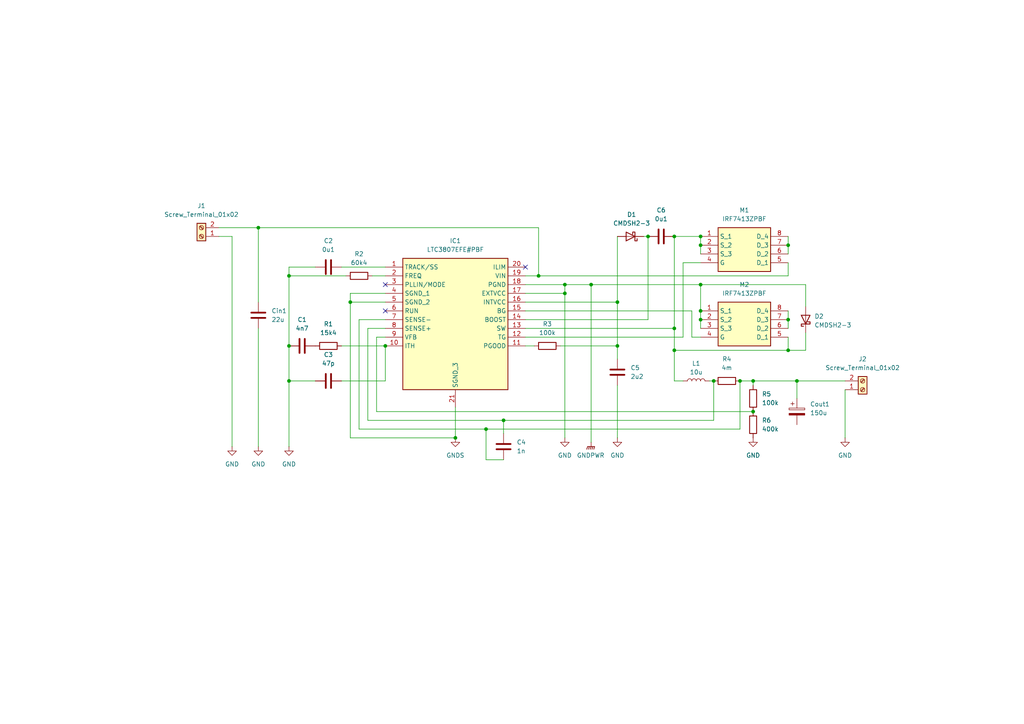
<source format=kicad_sch>
(kicad_sch (version 20231120) (generator "eeschema") (generator_version "8.0")
  (paper "A4")
  (title_block (title "Step-Down Converter") (date "2025-02-12") (rev "1.1"))
  (lib_symbols
    (symbol "Connector:Screw_Terminal_01x02" (pin_names (offset 1.016) hide)
      (property "Reference" "J" (at 0 2.54 0))
      (property "Value" "Screw_Terminal_01x02" (at 0 -5.08 0))
      (symbol "Screw_Terminal_01x02_1_1"
        (rectangle (start -1.27 1.27) (end 1.27 -3.81) (stroke (width 0.254)) (fill (type background)))
        (circle (center 0 -2.54) (radius 0.635) (stroke (width 0.1524)))
        (polyline (pts (xy -0.5334 -2.2098) (xy 0.3302 -3.048)) (stroke (width 0.1524)))
        (polyline (pts (xy -0.5334 0.3302) (xy 0.3302 -0.508)) (stroke (width 0.1524)))
        (polyline (pts (xy -0.3556 -2.032) (xy 0.508 -2.8702)) (stroke (width 0.1524)))
        (polyline (pts (xy -0.3556 0.508) (xy 0.508 -0.3302)) (stroke (width 0.1524)))
        (circle (center 0 0) (radius 0.635) (stroke (width 0.1524)))
        (pin passive line (at -5.08 0 0) (length 3.81) (name "Pin_1") (number "1"))
        (pin passive line (at -5.08 -2.54 0) (length 3.81) (name "Pin_2") (number "2"))
      )
    )
    (symbol "Device:C" (pin_numbers hide) (pin_names (offset 0.254))
      (property "Reference" "C" (at 0.635 2.54 0))
      (property "Value" "C" (at 0.635 -2.54 0))
      (symbol "C_0_1"
        (polyline (pts (xy -2.032 -0.762) (xy 2.032 -0.762)) (stroke (width 0.508)))
        (polyline (pts (xy -2.032 0.762) (xy 2.032 0.762)) (stroke (width 0.508)))
      )
      (symbol "C_1_1"
        (pin passive line (at 0 3.81 270) (length 2.794) (name "~") (number "1"))
        (pin passive line (at 0 -3.81 90) (length 2.794) (name "~") (number "2"))
      )
    )
    (symbol "Device:C_Polarized" (pin_numbers hide) (pin_names (offset 0.254))
      (property "Reference" "C" (at 0.635 2.54 0))
      (property "Value" "C_Polarized" (at 0.635 -2.54 0))
      (symbol "C_Polarized_0_1"
        (rectangle (start -2.286 0.508) (end 2.286 1.016))
        (polyline (pts (xy -1.778 2.286) (xy -0.762 2.286)))
        (polyline (pts (xy -1.27 2.794) (xy -1.27 1.778)))
        (rectangle (start 2.286 -0.508) (end -2.286 -1.016) (fill (type outline)))
      )
      (symbol "C_Polarized_1_1"
        (pin passive line (at 0 3.81 270) (length 2.794) (name "~") (number "1"))
        (pin passive line (at 0 -3.81 90) (length 2.794) (name "~") (number "2"))
      )
    )
    (symbol "Device:D_Schottky" (pin_numbers hide) (pin_names (offset 1.016) hide)
      (property "Reference" "D" (at 0 2.54 0))
      (property "Value" "D_Schottky" (at 0 -2.54 0))
      (symbol "D_Schottky_0_1"
        (polyline (pts (xy 1.27 0) (xy -1.27 0)))
        (polyline (pts (xy 1.27 1.27) (xy 1.27 -1.27) (xy -1.27 0) (xy 1.27 1.27)) (stroke (width 0.254)))
        (polyline (pts (xy -1.905 0.635) (xy -1.905 1.27) (xy -1.27 1.27) (xy -1.27 -1.27) (xy -0.635 -1.27) (xy -0.635 -0.635)) (stroke (width 0.254)))
      )
      (symbol "D_Schottky_1_1"
        (pin passive line (at -3.81 0 0) (length 2.54) (name "K") (number "1"))
        (pin passive line (at 3.81 0 180) (length 2.54) (name "A") (number "2"))
      )
    )
    (symbol "Device:L" (pin_numbers hide) (pin_names (offset 1.016) hide)
      (property "Reference" "L" (at -1.27 0 90))
      (property "Value" "L" (at 1.905 0 90))
      (symbol "L_0_1"
        (arc (start 0 -2.54) (mid 0.6323 -1.905) (end 0 -1.27))
        (arc (start 0 -1.27) (mid 0.6323 -0.635) (end 0 0))
        (arc (start 0 0) (mid 0.6323 0.635) (end 0 1.27))
        (arc (start 0 1.27) (mid 0.6323 1.905) (end 0 2.54))
      )
      (symbol "L_1_1"
        (pin passive line (at 0 3.81 270) (length 1.27) (name "1") (number "1"))
        (pin passive line (at 0 -3.81 90) (length 1.27) (name "2") (number "2"))
      )
    )
    (symbol "Device:R" (pin_numbers hide) (pin_names (offset 0))
      (property "Reference" "R" (at 2.032 0 90))
      (property "Value" "R" (at 0 0 90))
      (symbol "R_0_1"
        (rectangle (start -1.016 -2.54) (end 1.016 2.54) (stroke (width 0.254)))
      )
      (symbol "R_1_1"
        (pin passive line (at 0 3.81 270) (length 1.27) (name "~") (number "1"))
        (pin passive line (at 0 -3.81 90) (length 1.27) (name "~") (number "2"))
      )
    )
    (symbol "IRF7413ZPBF:IRF7413ZPBF"
      (property "Reference" "IC" (at 21.59 7.62 0))
      (property "Value" "IRF7413ZPBF" (at 21.59 5.08 0))
      (symbol "IRF7413ZPBF_1_1"
        (rectangle (start 5.08 2.54) (end 20.32 -10.16) (stroke (width 0.254)) (fill (type background)))
        (pin passive line (at 0 0 0) (length 5.08) (name "S_1") (number "1"))
        (pin passive line (at 0 -2.54 0) (length 5.08) (name "S_2") (number "2"))
        (pin passive line (at 0 -5.08 0) (length 5.08) (name "S_3") (number "3"))
        (pin passive line (at 0 -7.62 0) (length 5.08) (name "G") (number "4"))
        (pin passive line (at 25.4 -7.62 180) (length 5.08) (name "D_1") (number "5"))
        (pin passive line (at 25.4 -5.08 180) (length 5.08) (name "D_2") (number "6"))
        (pin passive line (at 25.4 -2.54 180) (length 5.08) (name "D_3") (number "7"))
        (pin passive line (at 25.4 0 180) (length 5.08) (name "D_4") (number "8"))
      )
    )
    (symbol "LTC3807EFE#PBF:LTC3807EFE#PBF"
      (property "Reference" "IC" (at 36.83 7.62 0))
      (property "Value" "LTC3807EFE#PBF" (at 36.83 5.08 0))
      (symbol "LTC3807EFE#PBF_1_1"
        (rectangle (start 5.08 2.54) (end 35.56 -35.56) (stroke (width 0.254)) (fill (type background)))
        (pin passive line (at 0 0 0) (length 5.08) (name "TRACK/SS") (number "1"))
        (pin passive line (at 0 -22.86 0) (length 5.08) (name "ITH") (number "10"))
        (pin passive line (at 40.64 -22.86 180) (length 5.08) (name "PGOOD") (number "11"))
        (pin passive line (at 40.64 -20.32 180) (length 5.08) (name "TG") (number "12"))
        (pin passive line (at 40.64 -17.78 180) (length 5.08) (name "SW") (number "13"))
        (pin passive line (at 40.64 -15.24 180) (length 5.08) (name "BOOST") (number "14"))
        (pin passive line (at 40.64 -12.7 180) (length 5.08) (name "BG") (number "15"))
        (pin passive line (at 40.64 -10.16 180) (length 5.08) (name "INTVCC") (number "16"))
        (pin passive line (at 40.64 -7.62 180) (length 5.08) (name "EXTVCC") (number "17"))
        (pin passive line (at 40.64 -5.08 180) (length 5.08) (name "PGND") (number "18"))
        (pin passive line (at 40.64 -2.54 180) (length 5.08) (name "VIN") (number "19"))
        (pin passive line (at 0 -2.54 0) (length 5.08) (name "FREQ") (number "2"))
        (pin passive line (at 40.64 0 180) (length 5.08) (name "ILIM") (number "20"))
        (pin passive line (at 20.32 -40.64 90) (length 5.08) (name "SGND_3") (number "21"))
        (pin passive line (at 0 -5.08 0) (length 5.08) (name "PLLIN/MODE") (number "3"))
        (pin passive line (at 0 -7.62 0) (length 5.08) (name "SGND_1") (number "4"))
        (pin passive line (at 0 -10.16 0) (length 5.08) (name "SGND_2") (number "5"))
        (pin passive line (at 0 -12.7 0) (length 5.08) (name "RUN") (number "6"))
        (pin passive line (at 0 -15.24 0) (length 5.08) (name "SENSE-") (number "7"))
        (pin passive line (at 0 -17.78 0) (length 5.08) (name "SENSE+") (number "8"))
        (pin passive line (at 0 -20.32 0) (length 5.08) (name "VFB") (number "9"))
      )
    )
    (symbol "power:GND" (power) (pin_numbers hide) (pin_names (offset 0) hide)
      (property "Value" "GND" (at 0 -3.81 0))
      (symbol "GND_0_1"
        (polyline (pts (xy 0 0) (xy 0 -1.27) (xy 1.27 -1.27) (xy 0 -2.54) (xy -1.27 -1.27) (xy 0 -1.27)))
      )
      (symbol "GND_1_1"
        (pin power_in line (at 0 0 270) (length 0) (name "~") (number "1"))
      )
    )
    (symbol "power:GNDPWR" (power) (pin_numbers hide) (pin_names (offset 0) hide)
      (property "Value" "GNDPWR" (at 0 -3.302 0))
      (symbol "GNDPWR_0_1"
        (polyline (pts (xy 0 -1.27) (xy 0 0)))
        (polyline (pts (xy -1.016 -1.27) (xy -1.27 -2.032) (xy -1.27 -2.032)) (stroke (width 0.2032)))
        (polyline (pts (xy -0.508 -1.27) (xy -0.762 -2.032) (xy -0.762 -2.032)) (stroke (width 0.2032)))
        (polyline (pts (xy 0 -1.27) (xy -0.254 -2.032) (xy -0.254 -2.032)) (stroke (width 0.2032)))
        (polyline (pts (xy 0.508 -1.27) (xy 0.254 -2.032) (xy 0.254 -2.032)) (stroke (width 0.2032)))
        (polyline (pts (xy 1.016 -1.27) (xy -1.016 -1.27) (xy -1.016 -1.27)) (stroke (width 0.2032)))
        (polyline (pts (xy 1.016 -1.27) (xy 0.762 -2.032) (xy 0.762 -2.032) (xy 0.762 -2.032)) (stroke (width 0.2032)))
      )
      (symbol "GNDPWR_1_1"
        (pin power_in line (at 0 0 270) (length 0) (name "~") (number "1"))
      )
    )
    (symbol "power:GNDS" (power) (pin_numbers hide) (pin_names (offset 0) hide)
      (property "Value" "GNDS" (at 0 -3.81 0))
      (symbol "GNDS_0_1"
        (polyline (pts (xy 0 0) (xy 0 -1.27) (xy 1.27 -1.27) (xy 0 -2.54) (xy -1.27 -1.27) (xy 0 -1.27)))
      )
      (symbol "GNDS_1_1"
        (pin power_in line (at 0 0 270) (length 0) (name "~") (number "1"))
      )
    )
  )
  (junction (at 228.6 71.12))
  (junction (at 101.6 87.63))
  (junction (at 111.76 100.33))
  (junction (at 140.97 124.46))
  (junction (at 195.58 68.58))
  (junction (at 132.08 127))
  (junction (at 83.82 100.33))
  (junction (at 179.07 100.33))
  (junction (at 171.45 82.55))
  (junction (at 207.01 110.49))
  (junction (at 83.82 110.49))
  (junction (at 195.58 95.25))
  (junction (at 179.07 87.63))
  (junction (at 187.96 68.58))
  (junction (at 203.2 90.17))
  (junction (at 146.05 121.92))
  (junction (at 214.63 110.49))
  (junction (at 203.2 82.55))
  (junction (at 83.82 80.01))
  (junction (at 163.83 85.09))
  (junction (at 156.21 80.01))
  (junction (at 195.58 101.6))
  (junction (at 228.6 101.6))
  (junction (at 203.2 92.71))
  (junction (at 203.2 71.12))
  (junction (at 231.14 110.49))
  (junction (at 218.44 119.38))
  (junction (at 218.44 110.49))
  (junction (at 228.6 92.71))
  (junction (at 163.83 82.55))
  (junction (at 203.2 68.58))
  (junction (at 74.93 66.04))
  (no_connect (at 111.76 90.17))
  (no_connect (at 111.76 82.55))
  (no_connect (at 152.4 77.47))
  (wire (pts (xy 111.76 97.79) (xy 109.22 97.79)))
  (wire (pts (xy 91.44 77.47) (xy 83.82 77.47)))
  (wire (pts (xy 140.97 124.46) (xy 214.63 124.46)))
  (wire (pts (xy 109.22 119.38) (xy 218.44 119.38)))
  (wire (pts (xy 152.4 85.09) (xy 163.83 85.09)))
  (wire (pts (xy 83.82 80.01) (xy 83.82 100.33)))
  (wire (pts (xy 140.97 124.46) (xy 140.97 133.35)))
  (wire (pts (xy 111.76 92.71) (xy 104.14 92.71)))
  (wire (pts (xy 195.58 110.49) (xy 198.12 110.49)))
  (wire (pts (xy 83.82 100.33) (xy 83.82 110.49)))
  (wire (pts (xy 83.82 80.01) (xy 100.33 80.01)))
  (wire (pts (xy 245.11 113.03) (xy 245.11 127)))
  (wire (pts (xy 207.01 121.92) (xy 207.01 110.49)))
  (wire (pts (xy 111.76 100.33) (xy 111.76 110.49)))
  (wire (pts (xy 152.4 80.01) (xy 156.21 80.01)))
  (wire (pts (xy 228.6 92.71) (xy 228.6 95.25)))
  (wire (pts (xy 228.6 101.6) (xy 233.68 101.6)))
  (wire (pts (xy 203.2 82.55) (xy 233.68 82.55)))
  (wire (pts (xy 152.4 92.71) (xy 187.96 92.71)))
  (wire (pts (xy 179.07 100.33) (xy 179.07 104.14)))
  (wire (pts (xy 152.4 82.55) (xy 163.83 82.55)))
  (wire (pts (xy 228.6 71.12) (xy 228.6 73.66)))
  (wire (pts (xy 195.58 101.6) (xy 228.6 101.6)))
  (wire (pts (xy 228.6 76.2) (xy 228.6 80.01)))
  (wire (pts (xy 218.44 110.49) (xy 231.14 110.49)))
  (wire (pts (xy 179.07 111.76) (xy 179.07 127)))
  (wire (pts (xy 101.6 87.63) (xy 101.6 127)))
  (wire (pts (xy 195.58 95.25) (xy 195.58 68.58)))
  (wire (pts (xy 156.21 80.01) (xy 156.21 66.04)))
  (wire (pts (xy 233.68 82.55) (xy 233.68 88.9)))
  (wire (pts (xy 101.6 87.63) (xy 111.76 87.63)))
  (wire (pts (xy 198.12 76.2) (xy 203.2 76.2)))
  (wire (pts (xy 162.56 100.33) (xy 179.07 100.33)))
  (wire (pts (xy 74.93 66.04) (xy 74.93 87.63)))
  (wire (pts (xy 74.93 95.25) (xy 74.93 129.54)))
  (wire (pts (xy 152.4 87.63) (xy 179.07 87.63)))
  (wire (pts (xy 207.01 110.49) (xy 205.74 110.49)))
  (wire (pts (xy 228.6 68.58) (xy 228.6 71.12)))
  (wire (pts (xy 83.82 110.49) (xy 91.44 110.49)))
  (wire (pts (xy 231.14 110.49) (xy 245.11 110.49)))
  (wire (pts (xy 146.05 121.92) (xy 207.01 121.92)))
  (wire (pts (xy 146.05 125.73) (xy 146.05 121.92)))
  (wire (pts (xy 203.2 82.55) (xy 203.2 90.17)))
  (wire (pts (xy 171.45 82.55) (xy 203.2 82.55)))
  (wire (pts (xy 152.4 97.79) (xy 198.12 97.79)))
  (wire (pts (xy 187.96 68.58) (xy 187.96 92.71)))
  (wire (pts (xy 152.4 95.25) (xy 195.58 95.25)))
  (wire (pts (xy 109.22 97.79) (xy 109.22 119.38)))
  (wire (pts (xy 203.2 90.17) (xy 203.2 92.71)))
  (wire (pts (xy 233.68 96.52) (xy 233.68 101.6)))
  (wire (pts (xy 99.06 100.33) (xy 111.76 100.33)))
  (wire (pts (xy 195.58 101.6) (xy 195.58 110.49)))
  (wire (pts (xy 152.4 90.17) (xy 200.66 90.17)))
  (wire (pts (xy 101.6 127) (xy 132.08 127)))
  (wire (pts (xy 101.6 85.09) (xy 101.6 87.63)))
  (wire (pts (xy 214.63 124.46) (xy 214.63 110.49)))
  (wire (pts (xy 67.31 68.58) (xy 63.5 68.58)))
  (wire (pts (xy 106.68 121.92) (xy 146.05 121.92)))
  (wire (pts (xy 74.93 66.04) (xy 156.21 66.04)))
  (wire (pts (xy 163.83 82.55) (xy 171.45 82.55)))
  (wire (pts (xy 99.06 110.49) (xy 111.76 110.49)))
  (wire (pts (xy 195.58 101.6) (xy 195.58 95.25)))
  (wire (pts (xy 179.07 87.63) (xy 179.07 100.33)))
  (wire (pts (xy 200.66 97.79) (xy 203.2 97.79)))
  (wire (pts (xy 203.2 71.12) (xy 203.2 73.66)))
  (wire (pts (xy 200.66 90.17) (xy 200.66 97.79)))
  (wire (pts (xy 218.44 111.76) (xy 218.44 110.49)))
  (wire (pts (xy 106.68 95.25) (xy 106.68 121.92)))
  (wire (pts (xy 107.95 80.01) (xy 111.76 80.01)))
  (wire (pts (xy 214.63 110.49) (xy 218.44 110.49)))
  (wire (pts (xy 67.31 68.58) (xy 67.31 129.54)))
  (wire (pts (xy 63.5 66.04) (xy 74.93 66.04)))
  (wire (pts (xy 228.6 90.17) (xy 228.6 92.71)))
  (wire (pts (xy 156.21 80.01) (xy 228.6 80.01)))
  (wire (pts (xy 228.6 97.79) (xy 228.6 101.6)))
  (wire (pts (xy 195.58 68.58) (xy 203.2 68.58)))
  (wire (pts (xy 132.08 118.11) (xy 132.08 127)))
  (wire (pts (xy 104.14 92.71) (xy 104.14 124.46)))
  (wire (pts (xy 83.82 110.49) (xy 83.82 129.54)))
  (wire (pts (xy 203.2 92.71) (xy 203.2 95.25)))
  (wire (pts (xy 179.07 68.58) (xy 179.07 87.63)))
  (wire (pts (xy 163.83 85.09) (xy 163.83 127)))
  (wire (pts (xy 104.14 124.46) (xy 140.97 124.46)))
  (wire (pts (xy 198.12 76.2) (xy 198.12 97.79)))
  (wire (pts (xy 99.06 77.47) (xy 111.76 77.47)))
  (wire (pts (xy 203.2 68.58) (xy 203.2 71.12)))
  (wire (pts (xy 171.45 82.55) (xy 171.45 128.27)))
  (wire (pts (xy 140.97 133.35) (xy 146.05 133.35)))
  (wire (pts (xy 111.76 85.09) (xy 101.6 85.09)))
  (wire (pts (xy 83.82 77.47) (xy 83.82 80.01)))
  (wire (pts (xy 231.14 110.49) (xy 231.14 115.57)))
  (wire (pts (xy 186.69 68.58) (xy 187.96 68.58)))
  (wire (pts (xy 111.76 95.25) (xy 106.68 95.25)))
  (wire (pts (xy 152.4 100.33) (xy 154.94 100.33)))
  (wire (pts (xy 163.83 82.55) (xy 163.83 85.09)))
  (symbol (lib_id "power:GND") (at 83.82 129.54 0) (unit 1)
    (property "Reference" "#PWR03" (effects (hide yes)))
    (property "Value" "GND" (at 83.82 134.62 0))
    (property "Description" "Power symbol creates a global label with name \"GND\" , ground" (effects (hide yes)))
  )
  (symbol (lib_id "power:GNDPWR") (at 171.45 128.27 0) (unit 1)
    (property "Reference" "#PWR06" (effects (hide yes)))
    (property "Value" "GNDPWR" (at 171.323 132.08 0))
    (property "Description" "Power symbol creates a global label with name \"GNDPWR\" , global ground" (effects (hide yes)))
  )
  (symbol (lib_id "Device:C") (at 87.63 100.33 90) (unit 1)
    (property "Reference" "C1" (at 87.63 92.71 90))
    (property "Value" "4n7" (at 87.63 95.25 90))
    (property "Footprint" "footprints:CAP_CS0603_YAG" (effects (hide yes)))
    (property "Description" "Unpolarized capacitor" (effects (hide yes)))
  )
  (symbol (lib_id "Device:L") (at 201.93 110.49 90) (unit 1)
    (property "Reference" "L1" (at 201.93 105.41 90))
    (property "Value" "10u" (at 201.93 107.95 90))
    (property "Footprint" "footprints:AISC-1008F-100G-T" (effects (hide yes)))
    (property "Description" "Inductor" (effects (hide yes)))
  )
  (symbol (lib_id "power:GND") (at 245.11 127 0) (unit 1)
    (property "Reference" "#PWR09" (effects (hide yes)))
    (property "Value" "GND" (at 245.11 132.08 0))
    (property "Description" "Power symbol creates a global label with name \"GND\" , ground" (effects (hide yes)))
  )
  (symbol (lib_id "power:GNDS") (at 132.08 127 0) (unit 1)
    (property "Reference" "#PWR04" (effects (hide yes)))
    (property "Value" "GNDS" (at 132.08 132.08 0))
    (property "Description" "Power symbol creates a global label with name \"GNDS\" , signal ground" (effects (hide yes)))
  )
  (symbol (lib_id "power:GND") (at 74.93 129.54 0) (unit 1)
    (property "Reference" "#PWR02" (effects (hide yes)))
    (property "Value" "GND" (at 74.93 134.62 0))
    (property "Description" "Power symbol creates a global label with name \"GND\" , ground" (effects (hide yes)))
  )
  (symbol (lib_id "Device:C") (at 146.05 129.54 0) (unit 1)
    (property "Reference" "C4" (at 149.86 128.2699 0) (effects (justify left)))
    (property "Value" "1n" (at 149.86 130.8099 0) (effects (justify left)))
    (property "Footprint" "C0402" (effects (hide yes)))
    (property "Description" "Unpolarized capacitor" (effects (hide yes)))
    (property "Height" "0.55" (effects (hide yes)))
    (property "Mouser Part Number" "80-C0402S102K5R" (effects (hide yes)))
    (property "Mouser Price/Stock" "https://www.mouser.co.uk/ProductDetail/KEMET/C0402S102K5RACTU?qs=CV4an4nnCD1z917c3mAHAQ%3D%3D" (effects (hide yes)))
    (property "Manufacturer_Name" "KEMET" (effects (hide yes)))
    (property "Manufacturer_Part_Number" "C0402S102K5RACTU" (effects (hide yes)))
  )
  (symbol (lib_id "power:GND") (at 163.83 127 0) (unit 1)
    (property "Reference" "#PWR05" (effects (hide yes)))
    (property "Value" "GND" (at 163.83 132.08 0))
    (property "Description" "Power symbol creates a global label with name \"GND\" , ground" (effects (hide yes)))
  )
  (symbol (lib_id "Device:R") (at 218.44 115.57 0) (unit 1)
    (property "Reference" "R5" (at 220.98 114.2999 0) (effects (justify left)))
    (property "Value" "100k" (at 220.98 116.8399 0) (effects (justify left)))
    (property "Footprint" "footprints:ERJ-XGNF1003Y" (effects (hide yes)))
    (property "Description" "Resistor" (effects (hide yes)))
  )
  (symbol (lib_id "Device:C") (at 74.93 91.44 0) (unit 1)
    (property "Reference" "Cin1" (at 78.74 90.1699 0) (effects (justify left)))
    (property "Value" "22u" (at 78.74 92.7099 0) (effects (justify left)))
    (property "Footprint" "footprints:CAP_CC1206_YAG" (effects (hide yes)))
    (property "Description" "Unpolarized capacitor" (effects (hide yes)))
  )
  (symbol (lib_id "Device:R") (at 158.75 100.33 270) (unit 1)
    (property "Reference" "R3" (at 158.75 93.98 90))
    (property "Value" "100k" (at 158.75 96.52 90))
    (property "Footprint" "footprints:ERJ-XGNF1003Y" (effects (hide yes)))
    (property "Description" "Resistor" (effects (hide yes)))
  )
  (symbol (lib_id "IRF7413ZPBF:IRF7413ZPBF") (at 203.2 90.17 0) (unit 1)
    (property "Reference" "M2" (at 215.9 82.55 0))
    (property "Value" "IRF7413ZPBF" (at 215.9 85.09 0))
    (property "Footprint" "footprints:IRF7413ZPBF" (effects (hide yes)))
    (property "Datasheet" "https://componentsearchengine.com/Datasheets/1/IRF7413ZPBF.pdf" (effects (hide yes)))
    (property "Description" "MOSFET N-Ch 30V 13A HEXFET Low Ron SOIC8 Infineon IRF7413ZPBF N-channel MOSFET Transistor, 13 A, 30 V, 8-Pin SOIC" (effects (hide yes)))
    (property "Height" "1.75" (effects (hide yes)))
    (property "Mouser Part Number" "942-IRF7413ZPBF" (effects (hide yes)))
    (property "Mouser Price/Stock" "https://www.mouser.com/Search/Refine.aspx?Keyword=942-IRF7413ZPBF" (effects (hide yes)))
    (property "Manufacturer_Name" "Infineon" (effects (hide yes)))
    (property "Manufacturer_Part_Number" "IRF7413ZPBF" (effects (hide yes)))
  )
  (symbol (lib_id "Device:C") (at 191.77 68.58 90) (unit 1)
    (property "Reference" "C6" (at 191.77 60.96 90))
    (property "Value" "0u1" (at 191.77 63.5 90))
    (property "Footprint" "footprints:CAP_CS0402_YAG" (effects (hide yes)))
    (property "Description" "Unpolarized capacitor" (effects (hide yes)))
  )
  (symbol (lib_id "IRF7413ZPBF:IRF7413ZPBF") (at 203.2 68.58 0) (unit 1)
    (property "Reference" "M1" (at 215.9 60.96 0))
    (property "Value" "IRF7413ZPBF" (at 215.9 63.5 0))
    (property "Footprint" "footprints:IRF7413ZPBF" (effects (hide yes)))
    (property "Datasheet" "https://componentsearchengine.com/Datasheets/1/IRF7413ZPBF.pdf" (effects (hide yes)))
    (property "Description" "MOSFET N-Ch 30V 13A HEXFET Low Ron SOIC8 Infineon IRF7413ZPBF N-channel MOSFET Transistor, 13 A, 30 V, 8-Pin SOIC" (effects (hide yes)))
    (property "Height" "1.75" (effects (hide yes)))
    (property "Mouser Part Number" "942-IRF7413ZPBF" (effects (hide yes)))
    (property "Mouser Price/Stock" "https://www.mouser.com/Search/Refine.aspx?Keyword=942-IRF7413ZPBF" (effects (hide yes)))
    (property "Manufacturer_Name" "Infineon" (effects (hide yes)))
    (property "Manufacturer_Part_Number" "IRF7413ZPBF" (effects (hide yes)))
  )
  (symbol (lib_id "Device:D_Schottky") (at 233.68 92.71 90) (unit 1)
    (property "Reference" "D2" (at 236.22 91.7574 90) (effects (justify right)))
    (property "Value" "CMDSH2-3" (at 236.22 94.2974 90) (effects (justify right)))
    (property "Footprint" "footprints:CMDSH2-3_TR_PBFREE" (effects (hide yes)))
    (property "Description" "Schottky diode" (effects (hide yes)))
  )
  (symbol (lib_id "Device:C") (at 179.07 107.95 0) (unit 1)
    (property "Reference" "C5" (at 182.88 106.6799 0) (effects (justify left)))
    (property "Value" "2u2" (at 182.88 109.2199 0) (effects (justify left)))
    (property "Footprint" "footprints:CC0402KRX5R7BB225" (effects (hide yes)))
    (property "Description" "Unpolarized capacitor" (effects (hide yes)))
  )
  (symbol (lib_id "power:GND") (at 179.07 127 0) (unit 1)
    (property "Reference" "#PWR07" (effects (hide yes)))
    (property "Value" "GND" (at 179.07 132.08 0))
    (property "Description" "Power symbol creates a global label with name \"GND\" , ground" (effects (hide yes)))
  )
  (symbol (lib_id "Device:C_Polarized") (at 231.14 119.38 0) (unit 1)
    (property "Reference" "Cout1" (at 234.95 117.2209 0) (effects (justify left)))
    (property "Value" "150u" (at 234.95 119.7609 0) (effects (justify left)))
    (property "Footprint" "footprints:TAZH157J010LBSZ0H00" (effects (hide yes)))
    (property "Description" "Polarized capacitor" (effects (hide yes)))
  )
  (symbol (lib_id "Device:D_Schottky") (at 182.88 68.58 180) (unit 1)
    (property "Reference" "D1" (at 183.1975 62.23 0))
    (property "Value" "CMDSH2-3" (at 183.1975 64.77 0))
    (property "Footprint" "footprints:CMDSH2-3_TR_PBFREE" (effects (hide yes)))
    (property "Description" "Schottky diode" (effects (hide yes)))
  )
  (symbol (lib_id "power:GND") (at 218.44 127 0) (unit 1)
    (property "Reference" "#PWR08" (effects (hide yes)))
    (property "Value" "GND" (at 218.44 132.08 0))
    (property "Description" "Power symbol creates a global label with name \"GND\" , ground" (effects (hide yes)))
  )
  (symbol (lib_id "Device:C") (at 95.25 77.47 90) (unit 1)
    (property "Reference" "C2" (at 95.25 69.85 90))
    (property "Value" "0u1" (at 95.25 72.39 90))
    (property "Footprint" "footprints:CAP_CS0402_YAG" (effects (hide yes)))
    (property "Description" "Unpolarized capacitor" (effects (hide yes)))
  )
  (symbol (lib_id "Device:R") (at 95.25 100.33 90) (unit 1)
    (property "Reference" "R1" (at 95.25 93.98 90))
    (property "Value" "15k4" (at 95.25 96.52 90))
    (property "Footprint" "footprints:ERJ-XGNF1542Y" (effects (hide yes)))
    (property "Description" "Resistor" (effects (hide yes)))
  )
  (symbol (lib_id "Connector:Screw_Terminal_01x02") (at 58.42 68.58 180) (unit 1)
    (property "Reference" "J1" (at 58.42 59.69 0))
    (property "Value" "Screw_Terminal_01x02" (at 58.42 62.23 0))
    (property "Footprint" "footprints:1725656" (effects (hide yes)))
    (property "Description" "Generic screw terminal, single row, 01x02, script generated (kicad-library-utils/schlib/autogen/connector/)" (effects (hide yes)))
  )
  (symbol (lib_id "LTC3807EFE#PBF:LTC3807EFE#PBF") (at 111.76 77.47 0) (unit 1)
    (property "Reference" "IC1" (at 132.08 69.85 0))
    (property "Value" "LTC3807EFE#PBF" (at 132.08 72.39 0))
    (property "Footprint" "footprints:LTC3807EFE#PBF" (effects (hide yes)))
    (property "Datasheet" "https://www.arrow.com/en/products/ltc3807efepbf/analog-devices" (effects (hide yes)))
    (property "Description" "Switching Voltage Regulators Low IQ, Synchronous Step-Down Controller with 24V Output Voltage Capability" (effects (hide yes)))
    (property "Height" "1.2" (effects (hide yes)))
    (property "Mouser Part Number" "584-LTC3807EFE#PBF" (effects (hide yes)))
    (property "Mouser Price/Stock" "https://www.mouser.co.uk/ProductDetail/Analog-Devices/LTC3807EFEPBF?qs=hVkxg5c3xu%252BO18IFpsiEMQ%3D%3D" (effects (hide yes)))
    (property "Manufacturer_Name" "Analog Devices" (effects (hide yes)))
    (property "Manufacturer_Part_Number" "LTC3807EFE#PBF" (effects (hide yes)))
  )
  (symbol (lib_id "power:GND") (at 67.31 129.54 0) (unit 1)
    (property "Reference" "#PWR01" (effects (hide yes)))
    (property "Value" "GND" (at 67.31 134.62 0))
    (property "Description" "Power symbol creates a global label with name \"GND\" , ground" (effects (hide yes)))
  )
  (symbol (lib_id "Device:R") (at 104.14 80.01 90) (unit 1)
    (property "Reference" "R2" (at 104.14 73.66 90))
    (property "Value" "60k4" (at 104.14 76.2 90))
    (property "Footprint" "footprints:ERJ-XGNF6042Y" (effects (hide yes)))
    (property "Description" "Resistor" (effects (hide yes)))
  )
  (symbol (lib_id "Device:C") (at 95.25 110.49 270) (unit 1)
    (property "Reference" "C3" (at 95.25 102.87 90))
    (property "Value" "47p" (at 95.25 105.41 90))
    (property "Footprint" "footprints:CAP_CS1206_YAG" (effects (hide yes)))
    (property "Description" "Unpolarized capacitor" (effects (hide yes)))
  )
  (symbol (lib_id "Device:R") (at 218.44 123.19 0) (unit 1)
    (property "Reference" "R6" (at 220.98 121.9199 0) (effects (justify left)))
    (property "Value" "400k" (at 220.98 124.4599 0) (effects (justify left)))
    (property "Footprint" "footprints:ERJ-XGNF4023Y" (effects (hide yes)))
    (property "Description" "Resistor" (effects (hide yes)))
  )
  (symbol (lib_id "Device:R") (at 210.82 110.49 90) (unit 1)
    (property "Reference" "R4" (at 210.82 104.14 90))
    (property "Value" "4m" (at 210.82 106.68 90))
    (property "Footprint" "footprints:KRL6432D-C-R004-F-T5" (effects (hide yes)))
    (property "Description" "Resistor" (effects (hide yes)))
  )
  (symbol (lib_id "Connector:Screw_Terminal_01x02") (at 250.19 113.03 0) (mirror x) (unit 1)
    (property "Reference" "J2" (at 250.19 104.14 0))
    (property "Value" "Screw_Terminal_01x02" (at 250.19 106.68 0))
    (property "Footprint" "footprints:1725656" (effects (hide yes)))
    (property "Description" "Generic screw terminal, single row, 01x02, script generated (kicad-library-utils/schlib/autogen/connector/)" (effects (hide yes)))
  )
)
</source>
